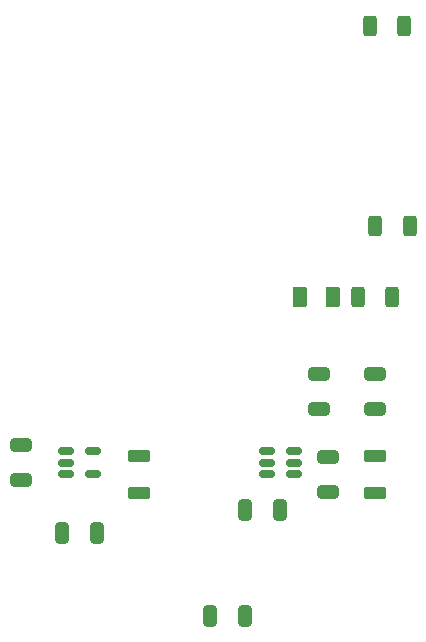
<source format=gbr>
%TF.GenerationSoftware,KiCad,Pcbnew,(6.0.10-0)*%
%TF.CreationDate,2023-01-18T17:38:16-08:00*%
%TF.ProjectId,Pioneer Controller V2,50696f6e-6565-4722-9043-6f6e74726f6c,rev?*%
%TF.SameCoordinates,Original*%
%TF.FileFunction,Paste,Top*%
%TF.FilePolarity,Positive*%
%FSLAX46Y46*%
G04 Gerber Fmt 4.6, Leading zero omitted, Abs format (unit mm)*
G04 Created by KiCad (PCBNEW (6.0.10-0)) date 2023-01-18 17:38:16*
%MOMM*%
%LPD*%
G01*
G04 APERTURE LIST*
G04 Aperture macros list*
%AMRoundRect*
0 Rectangle with rounded corners*
0 $1 Rounding radius*
0 $2 $3 $4 $5 $6 $7 $8 $9 X,Y pos of 4 corners*
0 Add a 4 corners polygon primitive as box body*
4,1,4,$2,$3,$4,$5,$6,$7,$8,$9,$2,$3,0*
0 Add four circle primitives for the rounded corners*
1,1,$1+$1,$2,$3*
1,1,$1+$1,$4,$5*
1,1,$1+$1,$6,$7*
1,1,$1+$1,$8,$9*
0 Add four rect primitives between the rounded corners*
20,1,$1+$1,$2,$3,$4,$5,0*
20,1,$1+$1,$4,$5,$6,$7,0*
20,1,$1+$1,$6,$7,$8,$9,0*
20,1,$1+$1,$8,$9,$2,$3,0*%
G04 Aperture macros list end*
%ADD10RoundRect,0.250000X0.650000X-0.325000X0.650000X0.325000X-0.650000X0.325000X-0.650000X-0.325000X0*%
%ADD11RoundRect,0.250000X0.312500X0.625000X-0.312500X0.625000X-0.312500X-0.625000X0.312500X-0.625000X0*%
%ADD12RoundRect,0.250000X-0.325000X-0.650000X0.325000X-0.650000X0.325000X0.650000X-0.325000X0.650000X0*%
%ADD13RoundRect,0.150000X-0.512500X-0.150000X0.512500X-0.150000X0.512500X0.150000X-0.512500X0.150000X0*%
%ADD14RoundRect,0.250000X-0.700000X0.275000X-0.700000X-0.275000X0.700000X-0.275000X0.700000X0.275000X0*%
%ADD15RoundRect,0.250000X0.325000X0.650000X-0.325000X0.650000X-0.325000X-0.650000X0.325000X-0.650000X0*%
%ADD16RoundRect,0.250000X-0.312500X-0.625000X0.312500X-0.625000X0.312500X0.625000X-0.312500X0.625000X0*%
%ADD17RoundRect,0.250000X0.700000X-0.275000X0.700000X0.275000X-0.700000X0.275000X-0.700000X-0.275000X0*%
%ADD18RoundRect,0.250000X0.375000X0.625000X-0.375000X0.625000X-0.375000X-0.625000X0.375000X-0.625000X0*%
G04 APERTURE END LIST*
D10*
%TO.C,C7*%
X87250000Y-93475000D03*
X87250000Y-90525000D03*
%TD*%
D11*
%TO.C,R2*%
X94462500Y-61000000D03*
X91537500Y-61000000D03*
%TD*%
D12*
%TO.C,C5*%
X81025000Y-102000000D03*
X83975000Y-102000000D03*
%TD*%
D13*
%TO.C,U7*%
X82862500Y-97050000D03*
X82862500Y-98000000D03*
X82862500Y-98950000D03*
X85137500Y-98950000D03*
X85137500Y-98000000D03*
X85137500Y-97050000D03*
%TD*%
D10*
%TO.C,C6*%
X88000000Y-100475000D03*
X88000000Y-97525000D03*
%TD*%
%TO.C,C3*%
X92000000Y-93475000D03*
X92000000Y-90525000D03*
%TD*%
D14*
%TO.C,L1*%
X72000000Y-97425000D03*
X72000000Y-100575000D03*
%TD*%
D11*
%TO.C,R3*%
X94925000Y-78000000D03*
X92000000Y-78000000D03*
%TD*%
D15*
%TO.C,C2*%
X68475000Y-104000000D03*
X65525000Y-104000000D03*
%TD*%
D13*
%TO.C,U6*%
X65862500Y-97050000D03*
X65862500Y-98000000D03*
X65862500Y-98950000D03*
X68137500Y-98950000D03*
X68137500Y-97050000D03*
%TD*%
D15*
%TO.C,C4*%
X80950000Y-111000000D03*
X78000000Y-111000000D03*
%TD*%
D16*
%TO.C,R1*%
X90537500Y-84000000D03*
X93462500Y-84000000D03*
%TD*%
D10*
%TO.C,C1*%
X62000000Y-99475000D03*
X62000000Y-96525000D03*
%TD*%
D17*
%TO.C,L2*%
X92000000Y-100575000D03*
X92000000Y-97425000D03*
%TD*%
D18*
%TO.C,D1*%
X88400000Y-84000000D03*
X85600000Y-84000000D03*
%TD*%
M02*

</source>
